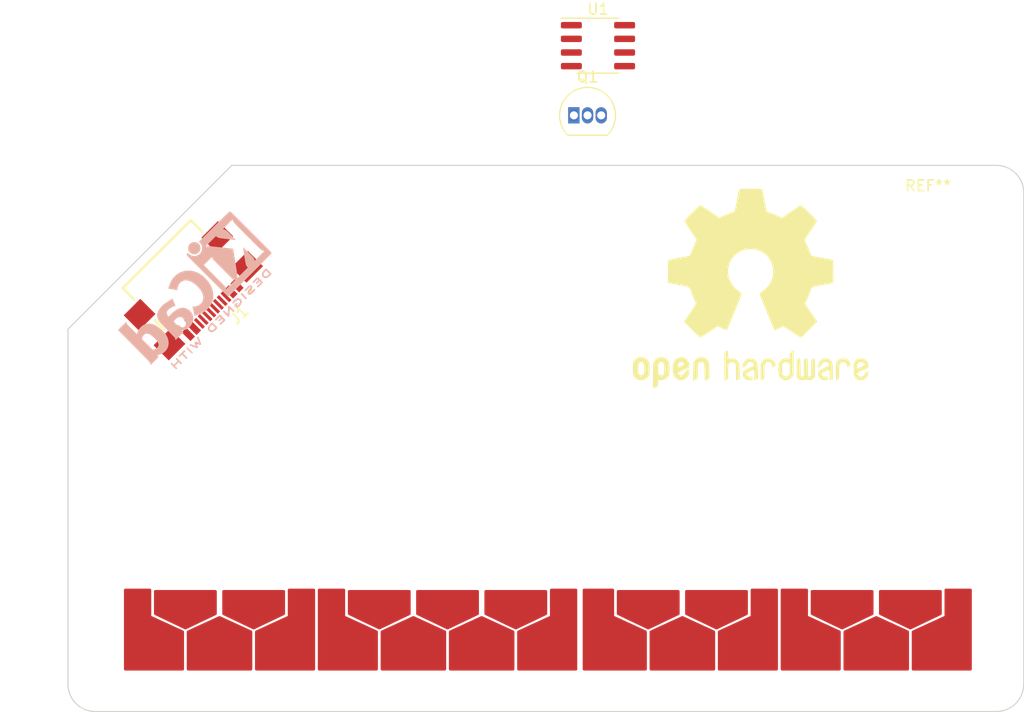
<source format=kicad_pcb>
(kicad_pcb (version 20211014) (generator pcbnew)
  (layers (0 "F.Cu" signal) (31 "B.Cu" signal) (34 "B.Paste" user) (35 "F.Paste" user) (36 "B.SilkS" user "B.Silkscreen") (37 "F.SilkS" user "F.Silkscreen") (38 "B.Mask" user) (39 "F.Mask" user) (44 "Edge.Cuts" user))
  (net 0 "")
  (net 2 "Net-(J1-PadB5)")
  (net 3 "Net-(J1-PadA5)")
  (net 9 "Net-(J1-PadS1)")
  (net 10 "GND")
  (net 11 "Net-(C2-Pad1)")
  (net 12 "Net-(LS1-Pad1)")
  (net 13 "Net-(R26-Pad2)")
  (net 14 "Net-(R28-Pad1)")
  (net 15 "/V+")
  (net 17 "Net-(C1-Pad1)")
  (footprint "Symbol:OSHW-Logo2_24.3x20mm_SilkScreen" (layer "F.Cu") (at 114.3 125.73)
    (fp_text reference "REF**" hide)
    (fp_text value "OSHW-Logo2_24.3x20mm_SilkScreen" hide)
  )
  (footprint "Package_SO:SOIC-8_3.9x4.9mm_P1.27mm" (layer "F.Cu") (at 100.1 103.165)
    (fp_text reference "U1" (at 0 -3.4) (layer "F.SilkS"))
    (fp_text value "NE555D")
    (pad "1" smd roundrect (at -2.475 -1.905) (size 1.95 0.6) (layers "F.Cu" "F.Paste" "F.Mask") (net 10 "GND"))
    (pad "2" smd roundrect (at -2.475 -0.635) (size 1.95 0.6) (layers "F.Cu" "F.Paste" "F.Mask") (net 13 "Net-(R26-Pad2)"))
    (pad "3" smd roundrect (at -2.475 0.635) (size 1.95 0.6) (layers "F.Cu" "F.Paste" "F.Mask") (net 14 "Net-(R28-Pad1)"))
    (pad "4" smd roundrect (at -2.475 1.905) (size 1.95 0.6) (layers "F.Cu" "F.Paste" "F.Mask") (net 15 "/V+"))
    (pad "5" smd roundrect (at 2.475 1.905) (size 1.95 0.6) (layers "F.Cu" "F.Paste" "F.Mask"))
    (pad "6" smd roundrect (at 2.475 0.635) (size 1.95 0.6) (layers "F.Cu" "F.Paste" "F.Mask") (net 17 "Net-(C1-Pad1)"))
    (pad "7" smd roundrect (at 2.475 -0.635) (size 1.95 0.6) (layers "F.Cu" "F.Paste" "F.Mask"))
    (pad "8" smd roundrect (at 2.475 -1.905) (size 1.95 0.6) (layers "F.Cu" "F.Paste" "F.Mask") (net 15 "/V+"))
  )
  (footprint "MountingHole:MountingHole_6mm" (layer "F.Cu") (at 130.81 123.19)
    (fp_text reference "REF**" (at 0 -7) (layer "F.SilkS"))
    (fp_text value "MountingHole_6mm")
    (pad "" np_thru_hole circle (at 0 0) (size 6 6) (drill 6) (layers *.Cu *.Mask))
  )
  (footprint "MiniStylophone:GCT_USB4110-GF-A_REVB" (layer "F.Cu") (at 63.5 127 -135)
    (fp_text reference "J1" (at -1.425 -3.135 45) (layer "F.SilkS"))
    (fp_text value "USB_C_Receptacle_USB2.0")
    (pad "" np_thru_hole circle locked (at 2.89 0 225) (size 0.65 0.65) (drill 0.65) (layers *.Cu *.Mask))
    (pad "" np_thru_hole circle locked (at -2.89 0 225) (size 0.65 0.65) (drill 0.65) (layers *.Cu *.Mask))
    (pad "A1/B12" smd rect locked (at -3.2 -1.075 225) (size 0.6 1.15) (layers "F.Cu" "F.Paste" "F.Mask"))
    (pad "A4/B9" smd rect locked (at -2.4 -1.075 225) (size 0.6 1.15) (layers "F.Cu" "F.Paste" "F.Mask"))
    (pad "A5" smd rect locked (at -1.25 -1.075 225) (size 0.3 1.15) (layers "F.Cu" "F.Paste" "F.Mask") (net 3 "Net-(J1-PadA5)"))
    (pad "A6" smd rect locked (at -0.25 -1.075 225) (size 0.3 1.15) (layers "F.Cu" "F.Paste" "F.Mask"))
    (pad "A7" smd rect locked (at 0.25 -1.075 225) (size 0.3 1.15) (layers "F.Cu" "F.Paste" "F.Mask"))
    (pad "A8" smd rect locked (at 1.25 -1.075 225) (size 0.3 1.15) (layers "F.Cu" "F.Paste" "F.Mask"))
    (pad "B1/A12" smd rect locked (at 3.2 -1.075 225) (size 0.6 1.15) (layers "F.Cu" "F.Paste" "F.Mask"))
    (pad "B4/A9" smd rect locked (at 2.4 -1.075 225) (size 0.6 1.15) (layers "F.Cu" "F.Paste" "F.Mask"))
    (pad "B5" smd rect locked (at 1.75 -1.075 225) (size 0.3 1.15) (layers "F.Cu" "F.Paste" "F.Mask") (net 2 "Net-(J1-PadB5)"))
    (pad "B6" smd rect locked (at 0.75 -1.075 225) (size 0.3 1.15) (layers "F.Cu" "F.Paste" "F.Mask"))
    (pad "B7" smd rect locked (at -0.75 -1.075 225) (size 0.3 1.15) (layers "F.Cu" "F.Paste" "F.Mask"))
    (pad "B8" smd rect locked (at -1.75 -1.075 225) (size 0.3 1.15) (layers "F.Cu" "F.Paste" "F.Mask"))
    (pad "S1" smd rect locked (at -5.11 -0.5 225) (size 2.18 2) (layers "F.Cu" "F.Paste" "F.Mask") (net 9 "Net-(J1-PadS1)"))
    (pad "S2" smd rect locked (at 5.11 -0.5 225) (size 2.18 2) (layers "F.Cu" "F.Paste" "F.Mask"))
    (pad "S3" smd rect locked (at -5.11 3.43 225) (size 2.18 2) (layers "F.Cu" "F.Paste" "F.Mask"))
    (pad "S4" smd rect locked (at 5.11 3.43 225) (size 2.18 2) (layers "F.Cu" "F.Paste" "F.Mask"))
  )
  (footprint "Package_TO_SOT_THT:TO-92_Inline" (layer "F.Cu") (at 97.86 109.645)
    (fp_text reference "Q1" (at 1.27 -3.56) (layer "F.SilkS"))
    (fp_text value "2N3904")
    (pad "1" thru_hole rect (at 0 0) (size 1.05 1.5) (drill 0.75) (layers *.Cu *.Mask) (net 10 "GND"))
    (pad "2" thru_hole oval (at 1.27 0) (size 1.05 1.5) (drill 0.75) (layers *.Cu *.Mask) (net 11 "Net-(C2-Pad1)"))
    (pad "3" thru_hole oval (at 2.54 0) (size 1.05 1.5) (drill 0.75) (layers *.Cu *.Mask) (net 12 "Net-(LS1-Pad1)"))
  )
  (footprint "Symbol:KiCad-Logo2_6mm_SilkScreen" (layer "B.Cu") (at 62.23 125.73 -135)
    (fp_text reference "REF**" hide)
    (fp_text value "KiCad-Logo2_6mm_SilkScreen" hide)
  )
  (gr_line (start 137.16 165.1) (end 53.34 165.1) (layer "Edge.Cuts") (width 0.1))
  (gr_line (start 50.8 129.54) (end 66.04 114.3) (layer "Edge.Cuts") (width 0.1))
  (gr_line (start 50.8 162.56) (end 50.8 129.54) (layer "Edge.Cuts") (width 0.1))
  (gr_line (start 139.7 116.84) (end 139.7 162.56) (layer "Edge.Cuts") (width 0.1))
  (gr_arc (start 53.34 165.1) (mid 51.543949 164.356051) (end 50.8 162.56) (layer "Edge.Cuts") (width 0.1))
  (gr_arc (start 137.16 114.3) (mid 138.956051 115.043949) (end 139.7 116.84) (layer "Edge.Cuts") (width 0.1))
  (gr_line (start 66.04 114.3) (end 137.16 114.3) (layer "Edge.Cuts") (width 0.1))
  (gr_arc (start 139.7 162.56) (mid 138.956051 164.356051) (end 137.16 165.1) (layer "Edge.Cuts") (width 0.1))
  (zone (net 0) (net_name "") (layer "F.Cu") (connect_pads yes (clearance 0.254)) (min_thickness 0.254) (fill yes (thermal_gap 0.508) (thermal_bridge_width 0.508))
    (polygon (pts (xy 89.027 156.083) (xy 86.106 157.48) (xy 83.185 156.083) (xy 83.185 153.797) (xy 89.027 153.797)))
  )
  (zone (net 0) (net_name "") (layer "F.Cu") (connect_pads yes (clearance 0.254)) (min_thickness 0.254) (fill yes (thermal_gap 0.508) (thermal_bridge_width 0.508))
    (polygon (pts (xy 110.998 157.607) (xy 110.998 161.29) (xy 104.902 161.29) (xy 104.902 157.607) (xy 107.95 156.21)))
  )
  (zone (net 0) (net_name "") (layer "F.Cu") (connect_pads yes (clearance 0.254)) (min_thickness 0.254) (fill yes (thermal_gap 0.508) (thermal_bridge_width 0.508))
    (polygon (pts (xy 114.3 156.21) (xy 111.252 157.607) (xy 111.252 161.29) (xy 116.84 161.29) (xy 116.84 153.67) (xy 114.3 153.67)))
  )
  (zone (net 0) (net_name "") (layer "F.Cu") (connect_pads yes (clearance 0.254)) (min_thickness 0.254) (fill yes (thermal_gap 0.508) (thermal_bridge_width 0.508))
    (polygon (pts (xy 101.6 156.21) (xy 104.648 157.607) (xy 104.648 161.29) (xy 98.679 161.29) (xy 98.679 153.67) (xy 101.6 153.67)))
  )
  (zone (net 0) (net_name "") (layer "F.Cu") (connect_pads yes (clearance 0.254)) (min_thickness 0.254) (fill yes (thermal_gap 0.508) (thermal_bridge_width 0.508))
    (polygon (pts (xy 67.945 157.607) (xy 67.945 161.29) (xy 61.849 161.29) (xy 61.849 157.607) (xy 64.897 156.21)))
  )
  (zone (net 0) (net_name "") (layer "F.Cu") (connect_pads yes (clearance 0.254)) (min_thickness 0.254) (fill yes (thermal_gap 0.508) (thermal_bridge_width 0.508))
    (polygon (pts (xy 71.247 156.21) (xy 68.199 157.607) (xy 68.199 161.29) (xy 73.787 161.29) (xy 73.787 153.67) (xy 71.247 153.67)))
  )
  (zone (net 0) (net_name "") (layer "F.Cu") (connect_pads yes (clearance 0.254)) (min_thickness 0.254) (fill yes (thermal_gap 0.508) (thermal_bridge_width 0.508))
    (polygon (pts (xy 85.979 157.607) (xy 85.979 161.29) (xy 79.883 161.29) (xy 79.883 157.607) (xy 82.931 156.21)))
  )
  (zone (net 0) (net_name "") (layer "F.Cu") (connect_pads yes (clearance 0.254)) (min_thickness 0.254) (fill yes (thermal_gap 0.508) (thermal_bridge_width 0.508))
    (polygon (pts (xy 92.329 157.607) (xy 92.329 161.29) (xy 86.233 161.29) (xy 86.233 157.607) (xy 89.281 156.21)))
  )
  (zone (net 0) (net_name "") (layer "F.Cu") (connect_pads yes (clearance 0.254)) (min_thickness 0.254) (fill yes (thermal_gap 0.508) (thermal_bridge_width 0.508))
    (polygon (pts (xy 58.547 156.21) (xy 61.595 157.607) (xy 61.595 161.29) (xy 56.007 161.29) (xy 56.007 153.67) (xy 58.547 153.67)))
  )
  (zone (net 0) (net_name "") (layer "F.Cu") (connect_pads yes (clearance 0.254)) (min_thickness 0.254) (fill yes (thermal_gap 0.508) (thermal_bridge_width 0.508))
    (polygon (pts (xy 95.377 156.083) (xy 92.456 157.48) (xy 89.535 156.083) (xy 89.535 153.797) (xy 95.377 153.797)))
  )
  (zone (net 0) (net_name "") (layer "F.Cu") (connect_pads yes (clearance 0.254)) (min_thickness 0.254) (fill yes (thermal_gap 0.508) (thermal_bridge_width 0.508))
    (polygon (pts (xy 76.581 156.21) (xy 79.629 157.607) (xy 79.629 161.29) (xy 74.041 161.29) (xy 74.041 153.67) (xy 76.581 153.67)))
  )
  (zone (net 0) (net_name "") (layer "F.Cu") (connect_pads yes (clearance 0.254)) (min_thickness 0.254) (fill yes (thermal_gap 0.508) (thermal_bridge_width 0.508))
    (polygon (pts (xy 70.993 156.083) (xy 68.072 157.48) (xy 65.151 156.083) (xy 65.151 153.797) (xy 70.993 153.797)))
  )
  (zone (net 0) (net_name "") (layer "F.Cu") (connect_pads yes (clearance 0.254)) (min_thickness 0.254) (fill yes (thermal_gap 0.508) (thermal_bridge_width 0.508))
    (polygon (pts (xy 95.631 156.21) (xy 92.583 157.607) (xy 92.583 161.29) (xy 98.171 161.29) (xy 98.171 153.67) (xy 95.631 153.67)))
  )
  (zone (net 0) (net_name "") (layer "F.Cu") (connect_pads yes (clearance 0.254)) (min_thickness 0.254) (fill yes (thermal_gap 0.508) (thermal_bridge_width 0.508))
    (polygon (pts (xy 129.032 157.607) (xy 129.032 161.29) (xy 122.936 161.29) (xy 122.936 157.607) (xy 125.984 156.21)))
  )
  (zone (net 0) (net_name "") (layer "F.Cu") (connect_pads yes (clearance 0.254)) (min_thickness 0.254) (fill yes (thermal_gap 0.508) (thermal_bridge_width 0.508))
    (polygon (pts (xy 114.046 156.083) (xy 111.125 157.48) (xy 108.204 156.083) (xy 108.204 153.797) (xy 114.046 153.797)))
  )
  (zone (net 0) (net_name "") (layer "F.Cu") (connect_pads yes (clearance 0.254)) (min_thickness 0.254) (fill yes (thermal_gap 0.508) (thermal_bridge_width 0.508))
    (polygon (pts (xy 125.73 156.083) (xy 122.809 157.48) (xy 119.888 156.083) (xy 119.888 153.797) (xy 125.73 153.797)))
  )
  (zone (net 0) (net_name "") (layer "F.Cu") (connect_pads yes (clearance 0.254)) (min_thickness 0.254) (fill yes (thermal_gap 0.508) (thermal_bridge_width 0.508))
    (polygon (pts (xy 107.696 156.083) (xy 104.775 157.48) (xy 101.854 156.083) (xy 101.854 153.797) (xy 107.696 153.797)))
  )
  (zone (net 0) (net_name "") (layer "F.Cu") (connect_pads yes (clearance 0.254)) (min_thickness 0.254) (fill yes (thermal_gap 0.508) (thermal_bridge_width 0.508))
    (polygon (pts (xy 119.634 156.21) (xy 122.682 157.607) (xy 122.682 161.29) (xy 117.094 161.29) (xy 117.094 153.67) (xy 119.634 153.67)))
  )
  (zone (net 0) (net_name "") (layer "F.Cu") (connect_pads yes (clearance 0.254)) (min_thickness 0.254) (fill yes (thermal_gap 0.508) (thermal_bridge_width 0.508))
    (polygon (pts (xy 132.08 156.083) (xy 129.159 157.48) (xy 126.238 156.083) (xy 126.238 153.797) (xy 132.08 153.797)))
  )
  (zone (net 0) (net_name "") (layer "F.Cu") (connect_pads yes (clearance 0.254)) (min_thickness 0.254) (fill yes (thermal_gap 0.508) (thermal_bridge_width 0.508))
    (polygon (pts (xy 82.677 156.083) (xy 79.756 157.48) (xy 76.835 156.083) (xy 76.835 153.797) (xy 82.677 153.797)))
  )
  (zone (net 0) (net_name "") (layer "F.Cu") (connect_pads yes (clearance 0.254)) (min_thickness 0.254) (fill yes (thermal_gap 0.508) (thermal_bridge_width 0.508))
    (polygon (pts (xy 132.334 156.21) (xy 129.286 157.607) (xy 129.286 161.29) (xy 134.874 161.29) (xy 134.874 153.67) (xy 132.334 153.67)))
  )
  (zone (net 0) (net_name "") (layer "F.Cu") (connect_pads yes (clearance 0.254)) (min_thickness 0.254) (fill yes (thermal_gap 0.508) (thermal_bridge_width 0.508))
    (polygon (pts (xy 64.643 156.083) (xy 61.722 157.48) (xy 58.801 156.083) (xy 58.801 153.797) (xy 64.643 153.797)))
  )
)
</source>
